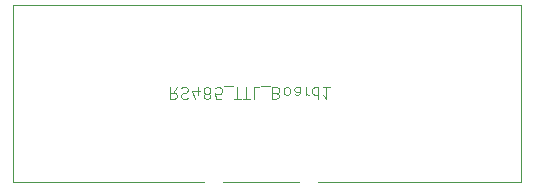
<source format=gbo>
%TF.GenerationSoftware,KiCad,Pcbnew,9.0.0-9.0.0-2~ubuntu24.04.1*%
%TF.CreationDate,2025-03-28T20:06:40+01:00*%
%TF.ProjectId,MarstekMonitor,4d617273-7465-46b4-9d6f-6e69746f722e,rev?*%
%TF.SameCoordinates,Original*%
%TF.FileFunction,Legend,Bot*%
%TF.FilePolarity,Positive*%
%FSLAX46Y46*%
G04 Gerber Fmt 4.6, Leading zero omitted, Abs format (unit mm)*
G04 Created by KiCad (PCBNEW 9.0.0-9.0.0-2~ubuntu24.04.1) date 2025-03-28 20:06:40*
%MOMM*%
%LPD*%
G01*
G04 APERTURE LIST*
G04 Aperture macros list*
%AMRoundRect*
0 Rectangle with rounded corners*
0 $1 Rounding radius*
0 $2 $3 $4 $5 $6 $7 $8 $9 X,Y pos of 4 corners*
0 Add a 4 corners polygon primitive as box body*
4,1,4,$2,$3,$4,$5,$6,$7,$8,$9,$2,$3,0*
0 Add four circle primitives for the rounded corners*
1,1,$1+$1,$2,$3*
1,1,$1+$1,$4,$5*
1,1,$1+$1,$6,$7*
1,1,$1+$1,$8,$9*
0 Add four rect primitives between the rounded corners*
20,1,$1+$1,$2,$3,$4,$5,0*
20,1,$1+$1,$4,$5,$6,$7,0*
20,1,$1+$1,$6,$7,$8,$9,0*
20,1,$1+$1,$8,$9,$2,$3,0*%
G04 Aperture macros list end*
%ADD10C,0.100000*%
%ADD11C,1.524000*%
%ADD12C,3.200000*%
%ADD13C,1.200000*%
%ADD14RoundRect,0.250000X-0.725000X0.600000X-0.725000X-0.600000X0.725000X-0.600000X0.725000X0.600000X0*%
%ADD15O,1.950000X1.700000*%
G04 APERTURE END LIST*
D10*
X114333332Y-78042580D02*
X113999999Y-78518771D01*
X113761904Y-78042580D02*
X113761904Y-79042580D01*
X113761904Y-79042580D02*
X114142856Y-79042580D01*
X114142856Y-79042580D02*
X114238094Y-78994961D01*
X114238094Y-78994961D02*
X114285713Y-78947342D01*
X114285713Y-78947342D02*
X114333332Y-78852104D01*
X114333332Y-78852104D02*
X114333332Y-78709247D01*
X114333332Y-78709247D02*
X114285713Y-78614009D01*
X114285713Y-78614009D02*
X114238094Y-78566390D01*
X114238094Y-78566390D02*
X114142856Y-78518771D01*
X114142856Y-78518771D02*
X113761904Y-78518771D01*
X114714285Y-78090200D02*
X114857142Y-78042580D01*
X114857142Y-78042580D02*
X115095237Y-78042580D01*
X115095237Y-78042580D02*
X115190475Y-78090200D01*
X115190475Y-78090200D02*
X115238094Y-78137819D01*
X115238094Y-78137819D02*
X115285713Y-78233057D01*
X115285713Y-78233057D02*
X115285713Y-78328295D01*
X115285713Y-78328295D02*
X115238094Y-78423533D01*
X115238094Y-78423533D02*
X115190475Y-78471152D01*
X115190475Y-78471152D02*
X115095237Y-78518771D01*
X115095237Y-78518771D02*
X114904761Y-78566390D01*
X114904761Y-78566390D02*
X114809523Y-78614009D01*
X114809523Y-78614009D02*
X114761904Y-78661628D01*
X114761904Y-78661628D02*
X114714285Y-78756866D01*
X114714285Y-78756866D02*
X114714285Y-78852104D01*
X114714285Y-78852104D02*
X114761904Y-78947342D01*
X114761904Y-78947342D02*
X114809523Y-78994961D01*
X114809523Y-78994961D02*
X114904761Y-79042580D01*
X114904761Y-79042580D02*
X115142856Y-79042580D01*
X115142856Y-79042580D02*
X115285713Y-78994961D01*
X116142856Y-78709247D02*
X116142856Y-78042580D01*
X115904761Y-79090200D02*
X115666666Y-78375914D01*
X115666666Y-78375914D02*
X116285713Y-78375914D01*
X116809523Y-78614009D02*
X116714285Y-78661628D01*
X116714285Y-78661628D02*
X116666666Y-78709247D01*
X116666666Y-78709247D02*
X116619047Y-78804485D01*
X116619047Y-78804485D02*
X116619047Y-78852104D01*
X116619047Y-78852104D02*
X116666666Y-78947342D01*
X116666666Y-78947342D02*
X116714285Y-78994961D01*
X116714285Y-78994961D02*
X116809523Y-79042580D01*
X116809523Y-79042580D02*
X116999999Y-79042580D01*
X116999999Y-79042580D02*
X117095237Y-78994961D01*
X117095237Y-78994961D02*
X117142856Y-78947342D01*
X117142856Y-78947342D02*
X117190475Y-78852104D01*
X117190475Y-78852104D02*
X117190475Y-78804485D01*
X117190475Y-78804485D02*
X117142856Y-78709247D01*
X117142856Y-78709247D02*
X117095237Y-78661628D01*
X117095237Y-78661628D02*
X116999999Y-78614009D01*
X116999999Y-78614009D02*
X116809523Y-78614009D01*
X116809523Y-78614009D02*
X116714285Y-78566390D01*
X116714285Y-78566390D02*
X116666666Y-78518771D01*
X116666666Y-78518771D02*
X116619047Y-78423533D01*
X116619047Y-78423533D02*
X116619047Y-78233057D01*
X116619047Y-78233057D02*
X116666666Y-78137819D01*
X116666666Y-78137819D02*
X116714285Y-78090200D01*
X116714285Y-78090200D02*
X116809523Y-78042580D01*
X116809523Y-78042580D02*
X116999999Y-78042580D01*
X116999999Y-78042580D02*
X117095237Y-78090200D01*
X117095237Y-78090200D02*
X117142856Y-78137819D01*
X117142856Y-78137819D02*
X117190475Y-78233057D01*
X117190475Y-78233057D02*
X117190475Y-78423533D01*
X117190475Y-78423533D02*
X117142856Y-78518771D01*
X117142856Y-78518771D02*
X117095237Y-78566390D01*
X117095237Y-78566390D02*
X116999999Y-78614009D01*
X118095237Y-79042580D02*
X117619047Y-79042580D01*
X117619047Y-79042580D02*
X117571428Y-78566390D01*
X117571428Y-78566390D02*
X117619047Y-78614009D01*
X117619047Y-78614009D02*
X117714285Y-78661628D01*
X117714285Y-78661628D02*
X117952380Y-78661628D01*
X117952380Y-78661628D02*
X118047618Y-78614009D01*
X118047618Y-78614009D02*
X118095237Y-78566390D01*
X118095237Y-78566390D02*
X118142856Y-78471152D01*
X118142856Y-78471152D02*
X118142856Y-78233057D01*
X118142856Y-78233057D02*
X118095237Y-78137819D01*
X118095237Y-78137819D02*
X118047618Y-78090200D01*
X118047618Y-78090200D02*
X117952380Y-78042580D01*
X117952380Y-78042580D02*
X117714285Y-78042580D01*
X117714285Y-78042580D02*
X117619047Y-78090200D01*
X117619047Y-78090200D02*
X117571428Y-78137819D01*
X118333333Y-77947342D02*
X119095237Y-77947342D01*
X119190476Y-79042580D02*
X119761904Y-79042580D01*
X119476190Y-78042580D02*
X119476190Y-79042580D01*
X119952381Y-79042580D02*
X120523809Y-79042580D01*
X120238095Y-78042580D02*
X120238095Y-79042580D01*
X121333333Y-78042580D02*
X120857143Y-78042580D01*
X120857143Y-78042580D02*
X120857143Y-79042580D01*
X121428572Y-77947342D02*
X122190476Y-77947342D01*
X122761905Y-78566390D02*
X122904762Y-78518771D01*
X122904762Y-78518771D02*
X122952381Y-78471152D01*
X122952381Y-78471152D02*
X123000000Y-78375914D01*
X123000000Y-78375914D02*
X123000000Y-78233057D01*
X123000000Y-78233057D02*
X122952381Y-78137819D01*
X122952381Y-78137819D02*
X122904762Y-78090200D01*
X122904762Y-78090200D02*
X122809524Y-78042580D01*
X122809524Y-78042580D02*
X122428572Y-78042580D01*
X122428572Y-78042580D02*
X122428572Y-79042580D01*
X122428572Y-79042580D02*
X122761905Y-79042580D01*
X122761905Y-79042580D02*
X122857143Y-78994961D01*
X122857143Y-78994961D02*
X122904762Y-78947342D01*
X122904762Y-78947342D02*
X122952381Y-78852104D01*
X122952381Y-78852104D02*
X122952381Y-78756866D01*
X122952381Y-78756866D02*
X122904762Y-78661628D01*
X122904762Y-78661628D02*
X122857143Y-78614009D01*
X122857143Y-78614009D02*
X122761905Y-78566390D01*
X122761905Y-78566390D02*
X122428572Y-78566390D01*
X123571429Y-78042580D02*
X123476191Y-78090200D01*
X123476191Y-78090200D02*
X123428572Y-78137819D01*
X123428572Y-78137819D02*
X123380953Y-78233057D01*
X123380953Y-78233057D02*
X123380953Y-78518771D01*
X123380953Y-78518771D02*
X123428572Y-78614009D01*
X123428572Y-78614009D02*
X123476191Y-78661628D01*
X123476191Y-78661628D02*
X123571429Y-78709247D01*
X123571429Y-78709247D02*
X123714286Y-78709247D01*
X123714286Y-78709247D02*
X123809524Y-78661628D01*
X123809524Y-78661628D02*
X123857143Y-78614009D01*
X123857143Y-78614009D02*
X123904762Y-78518771D01*
X123904762Y-78518771D02*
X123904762Y-78233057D01*
X123904762Y-78233057D02*
X123857143Y-78137819D01*
X123857143Y-78137819D02*
X123809524Y-78090200D01*
X123809524Y-78090200D02*
X123714286Y-78042580D01*
X123714286Y-78042580D02*
X123571429Y-78042580D01*
X124761905Y-78042580D02*
X124761905Y-78566390D01*
X124761905Y-78566390D02*
X124714286Y-78661628D01*
X124714286Y-78661628D02*
X124619048Y-78709247D01*
X124619048Y-78709247D02*
X124428572Y-78709247D01*
X124428572Y-78709247D02*
X124333334Y-78661628D01*
X124761905Y-78090200D02*
X124666667Y-78042580D01*
X124666667Y-78042580D02*
X124428572Y-78042580D01*
X124428572Y-78042580D02*
X124333334Y-78090200D01*
X124333334Y-78090200D02*
X124285715Y-78185438D01*
X124285715Y-78185438D02*
X124285715Y-78280676D01*
X124285715Y-78280676D02*
X124333334Y-78375914D01*
X124333334Y-78375914D02*
X124428572Y-78423533D01*
X124428572Y-78423533D02*
X124666667Y-78423533D01*
X124666667Y-78423533D02*
X124761905Y-78471152D01*
X125238096Y-78042580D02*
X125238096Y-78709247D01*
X125238096Y-78518771D02*
X125285715Y-78614009D01*
X125285715Y-78614009D02*
X125333334Y-78661628D01*
X125333334Y-78661628D02*
X125428572Y-78709247D01*
X125428572Y-78709247D02*
X125523810Y-78709247D01*
X126285715Y-78042580D02*
X126285715Y-79042580D01*
X126285715Y-78090200D02*
X126190477Y-78042580D01*
X126190477Y-78042580D02*
X126000001Y-78042580D01*
X126000001Y-78042580D02*
X125904763Y-78090200D01*
X125904763Y-78090200D02*
X125857144Y-78137819D01*
X125857144Y-78137819D02*
X125809525Y-78233057D01*
X125809525Y-78233057D02*
X125809525Y-78518771D01*
X125809525Y-78518771D02*
X125857144Y-78614009D01*
X125857144Y-78614009D02*
X125904763Y-78661628D01*
X125904763Y-78661628D02*
X126000001Y-78709247D01*
X126000001Y-78709247D02*
X126190477Y-78709247D01*
X126190477Y-78709247D02*
X126285715Y-78661628D01*
X127285715Y-78042580D02*
X126714287Y-78042580D01*
X127000001Y-78042580D02*
X127000001Y-79042580D01*
X127000001Y-79042580D02*
X126904763Y-78899723D01*
X126904763Y-78899723D02*
X126809525Y-78804485D01*
X126809525Y-78804485D02*
X126714287Y-78756866D01*
%TO.C,RS485_TTL_Board1*%
X100500000Y-86080000D02*
X143500000Y-86080000D01*
X143500000Y-71080000D01*
X100500000Y-71080000D01*
X100500000Y-86080000D01*
%TD*%
%LPC*%
D11*
%TO.C,RS485_TTL_Board1*%
X141500000Y-74765000D03*
X141500000Y-77305000D03*
X141500000Y-79845000D03*
X141500000Y-82385000D03*
X102000000Y-73500000D03*
X102000000Y-78580000D03*
X102000000Y-83660000D03*
%TD*%
D12*
%TO.C,H1*%
X90500000Y-66000000D03*
%TD*%
%TO.C,H2*%
X90500000Y-92500000D03*
%TD*%
D11*
%TO.C,BuckBoostModuleFixed5V1*%
X125500000Y-72500000D03*
X117500000Y-72500000D03*
X125500000Y-86000000D03*
X117500000Y-86000000D03*
%TD*%
D12*
%TO.C,H3*%
X153500000Y-66000000D03*
%TD*%
%TO.C,H4*%
X153500000Y-92500000D03*
%TD*%
D13*
%TO.C,J1*%
X91000000Y-71400000D03*
D14*
X93000000Y-73000000D03*
D15*
X93000000Y-75500000D03*
X93000000Y-78000000D03*
X93000000Y-80500000D03*
X93000000Y-83000000D03*
X93000000Y-85500000D03*
%TD*%
D11*
%TO.C,TTGO1*%
X116500000Y-67500000D03*
X119040000Y-67500000D03*
X121580000Y-67500000D03*
X124120000Y-67500000D03*
X126660000Y-67500000D03*
X129200000Y-67500000D03*
X131740000Y-67500000D03*
X134280000Y-67500000D03*
X136820000Y-67500000D03*
X139360000Y-67500000D03*
X141900000Y-67500000D03*
X144440000Y-67500000D03*
X144440000Y-90360000D03*
X141900000Y-90360000D03*
X139360000Y-90360000D03*
X136820000Y-90360000D03*
X134280000Y-90360000D03*
X131740000Y-90360000D03*
X129200000Y-90360000D03*
X126660000Y-90360000D03*
X124120000Y-90360000D03*
X121580000Y-90360000D03*
X119040000Y-90360000D03*
X116500000Y-90360000D03*
X147615000Y-89090000D03*
X147615000Y-68770000D03*
%TD*%
%LPD*%
M02*

</source>
